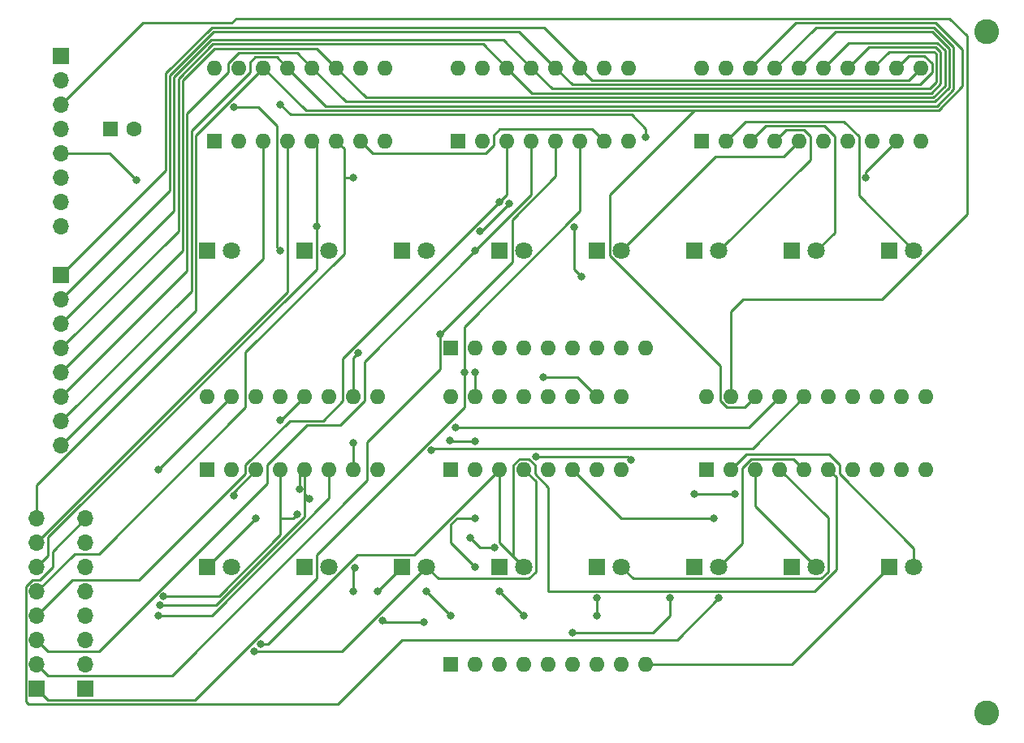
<source format=gbr>
%TF.GenerationSoftware,KiCad,Pcbnew,(7.0.0)*%
%TF.CreationDate,2023-02-28T23:31:08-05:00*%
%TF.ProjectId,8bc_registers,3862635f-7265-4676-9973-746572732e6b,1.0*%
%TF.SameCoordinates,Original*%
%TF.FileFunction,Copper,L1,Top*%
%TF.FilePolarity,Positive*%
%FSLAX46Y46*%
G04 Gerber Fmt 4.6, Leading zero omitted, Abs format (unit mm)*
G04 Created by KiCad (PCBNEW (7.0.0)) date 2023-02-28 23:31:08*
%MOMM*%
%LPD*%
G01*
G04 APERTURE LIST*
%TA.AperFunction,WasherPad*%
%ADD10C,2.600000*%
%TD*%
%TA.AperFunction,ComponentPad*%
%ADD11R,1.800000X1.800000*%
%TD*%
%TA.AperFunction,ComponentPad*%
%ADD12C,1.800000*%
%TD*%
%TA.AperFunction,ComponentPad*%
%ADD13R,1.600000X1.600000*%
%TD*%
%TA.AperFunction,ComponentPad*%
%ADD14O,1.600000X1.600000*%
%TD*%
%TA.AperFunction,ComponentPad*%
%ADD15R,1.700000X1.700000*%
%TD*%
%TA.AperFunction,ComponentPad*%
%ADD16O,1.700000X1.700000*%
%TD*%
%TA.AperFunction,ComponentPad*%
%ADD17C,1.600000*%
%TD*%
%TA.AperFunction,ViaPad*%
%ADD18C,0.800000*%
%TD*%
%TA.AperFunction,Conductor*%
%ADD19C,0.250000*%
%TD*%
G04 APERTURE END LIST*
D10*
%TO.P,REF\u002A\u002A,*%
%TO.N,*%
X198120000Y-109220000D03*
%TD*%
%TO.P,REF\u002A\u002A,*%
%TO.N,*%
X198120000Y-38100000D03*
%TD*%
D11*
%TO.P,D1,1,K*%
%TO.N,Net-(D1-K)*%
X116839999Y-60959999D03*
D12*
%TO.P,D1,2,A*%
%TO.N,A0*%
X119380000Y-60960000D03*
%TD*%
D13*
%TO.P,U6,1,Oe1*%
%TO.N,GND*%
X142239999Y-83819999D03*
D14*
%TO.P,U6,2,Oe2*%
X144779999Y-83819999D03*
%TO.P,U6,3,Q0*%
%TO.N,B3*%
X147319999Y-83819999D03*
%TO.P,U6,4,Q1*%
%TO.N,B2*%
X149859999Y-83819999D03*
%TO.P,U6,5,Q2*%
%TO.N,B1*%
X152399999Y-83819999D03*
%TO.P,U6,6,Q3*%
%TO.N,B0*%
X154939999Y-83819999D03*
%TO.P,U6,7,Cp*%
%TO.N,CLK*%
X157479999Y-83819999D03*
%TO.P,U6,8,GND*%
%TO.N,GND*%
X160019999Y-83819999D03*
%TO.P,U6,9,E1*%
%TO.N,~{BI}*%
X160019999Y-76199999D03*
%TO.P,U6,10,E2*%
X157479999Y-76199999D03*
%TO.P,U6,11,D3*%
%TO.N,BUS_0*%
X154939999Y-76199999D03*
%TO.P,U6,12,D2*%
%TO.N,BUS_1*%
X152399999Y-76199999D03*
%TO.P,U6,13,D1*%
%TO.N,BUS_2*%
X149859999Y-76199999D03*
%TO.P,U6,14,D0*%
%TO.N,BUS_3*%
X147319999Y-76199999D03*
%TO.P,U6,15,Mr*%
%TO.N,CLR*%
X144779999Y-76199999D03*
%TO.P,U6,16,VCC*%
%TO.N,+5V*%
X142239999Y-76199999D03*
%TD*%
D11*
%TO.P,D3,1,K*%
%TO.N,Net-(D3-K)*%
X137159999Y-60959999D03*
D12*
%TO.P,D3,2,A*%
%TO.N,A2*%
X139700000Y-60960000D03*
%TD*%
D13*
%TO.P,U2,1,Oe1*%
%TO.N,GND*%
X117599999Y-49519999D03*
D14*
%TO.P,U2,2,Oe2*%
X120139999Y-49519999D03*
%TO.P,U2,3,Q0*%
%TO.N,A7*%
X122679999Y-49519999D03*
%TO.P,U2,4,Q1*%
%TO.N,A6*%
X125219999Y-49519999D03*
%TO.P,U2,5,Q2*%
%TO.N,A5*%
X127759999Y-49519999D03*
%TO.P,U2,6,Q3*%
%TO.N,A4*%
X130299999Y-49519999D03*
%TO.P,U2,7,Cp*%
%TO.N,CLK*%
X132839999Y-49519999D03*
%TO.P,U2,8,GND*%
%TO.N,GND*%
X135379999Y-49519999D03*
%TO.P,U2,9,E1*%
%TO.N,~{AI}*%
X135379999Y-41899999D03*
%TO.P,U2,10,E2*%
X132839999Y-41899999D03*
%TO.P,U2,11,D3*%
%TO.N,BUS_4*%
X130299999Y-41899999D03*
%TO.P,U2,12,D2*%
%TO.N,BUS_5*%
X127759999Y-41899999D03*
%TO.P,U2,13,D1*%
%TO.N,BUS_6*%
X125219999Y-41899999D03*
%TO.P,U2,14,D0*%
%TO.N,BUS_7*%
X122679999Y-41899999D03*
%TO.P,U2,15,Mr*%
%TO.N,CLR*%
X120139999Y-41899999D03*
%TO.P,U2,16,VCC*%
%TO.N,+5V*%
X117599999Y-41899999D03*
%TD*%
D13*
%TO.P,U1,1,A->B*%
%TO.N,+5V*%
X168399999Y-49519999D03*
D14*
%TO.P,U1,2,A0*%
%TO.N,A7*%
X170939999Y-49519999D03*
%TO.P,U1,3,A1*%
%TO.N,A6*%
X173479999Y-49519999D03*
%TO.P,U1,4,A2*%
%TO.N,A5*%
X176019999Y-49519999D03*
%TO.P,U1,5,A3*%
%TO.N,A4*%
X178559999Y-49519999D03*
%TO.P,U1,6,A4*%
%TO.N,A3*%
X181099999Y-49519999D03*
%TO.P,U1,7,A5*%
%TO.N,A2*%
X183639999Y-49519999D03*
%TO.P,U1,8,A6*%
%TO.N,A1*%
X186179999Y-49519999D03*
%TO.P,U1,9,A7*%
%TO.N,A0*%
X188719999Y-49519999D03*
%TO.P,U1,10,GND*%
%TO.N,GND*%
X191259999Y-49519999D03*
%TO.P,U1,11,B7*%
%TO.N,BUS_0*%
X191259999Y-41899999D03*
%TO.P,U1,12,B6*%
%TO.N,BUS_1*%
X188719999Y-41899999D03*
%TO.P,U1,13,B5*%
%TO.N,BUS_2*%
X186179999Y-41899999D03*
%TO.P,U1,14,B4*%
%TO.N,BUS_3*%
X183639999Y-41899999D03*
%TO.P,U1,15,B3*%
%TO.N,BUS_4*%
X181099999Y-41899999D03*
%TO.P,U1,16,B2*%
%TO.N,BUS_5*%
X178559999Y-41899999D03*
%TO.P,U1,17,B1*%
%TO.N,BUS_6*%
X176019999Y-41899999D03*
%TO.P,U1,18,B0*%
%TO.N,BUS_7*%
X173479999Y-41899999D03*
%TO.P,U1,19,CE*%
%TO.N,~{AO}*%
X170939999Y-41899999D03*
%TO.P,U1,20,VCC*%
%TO.N,+5V*%
X168399999Y-41899999D03*
%TD*%
D15*
%TO.P,J3,1,Pin_1*%
%TO.N,A0*%
X99059999Y-106679999D03*
D16*
%TO.P,J3,2,Pin_2*%
%TO.N,A1*%
X99059999Y-104139999D03*
%TO.P,J3,3,Pin_3*%
%TO.N,A2*%
X99059999Y-101599999D03*
%TO.P,J3,4,Pin_4*%
%TO.N,A3*%
X99059999Y-99059999D03*
%TO.P,J3,5,Pin_5*%
%TO.N,A4*%
X99059999Y-96519999D03*
%TO.P,J3,6,Pin_6*%
%TO.N,A5*%
X99059999Y-93979999D03*
%TO.P,J3,7,Pin_7*%
%TO.N,A6*%
X99059999Y-91439999D03*
%TO.P,J3,8,Pin_8*%
%TO.N,A7*%
X99059999Y-88899999D03*
%TD*%
D11*
%TO.P,D6,1,K*%
%TO.N,Net-(D6-K)*%
X167639999Y-60959999D03*
D12*
%TO.P,D6,2,A*%
%TO.N,A5*%
X170180000Y-60960000D03*
%TD*%
D13*
%TO.P,U3,1,Oe1*%
%TO.N,GND*%
X142999999Y-49519999D03*
D14*
%TO.P,U3,2,Oe2*%
X145539999Y-49519999D03*
%TO.P,U3,3,Q0*%
%TO.N,A3*%
X148079999Y-49519999D03*
%TO.P,U3,4,Q1*%
%TO.N,A2*%
X150619999Y-49519999D03*
%TO.P,U3,5,Q2*%
%TO.N,A1*%
X153159999Y-49519999D03*
%TO.P,U3,6,Q3*%
%TO.N,A0*%
X155699999Y-49519999D03*
%TO.P,U3,7,Cp*%
%TO.N,CLK*%
X158239999Y-49519999D03*
%TO.P,U3,8,GND*%
%TO.N,GND*%
X160779999Y-49519999D03*
%TO.P,U3,9,E1*%
%TO.N,~{AI}*%
X160779999Y-41899999D03*
%TO.P,U3,10,E2*%
X158239999Y-41899999D03*
%TO.P,U3,11,D3*%
%TO.N,BUS_0*%
X155699999Y-41899999D03*
%TO.P,U3,12,D2*%
%TO.N,BUS_1*%
X153159999Y-41899999D03*
%TO.P,U3,13,D1*%
%TO.N,BUS_2*%
X150619999Y-41899999D03*
%TO.P,U3,14,D0*%
%TO.N,BUS_3*%
X148079999Y-41899999D03*
%TO.P,U3,15,Mr*%
%TO.N,CLR*%
X145539999Y-41899999D03*
%TO.P,U3,16,VCC*%
%TO.N,+5V*%
X142999999Y-41899999D03*
%TD*%
D13*
%TO.P,U5,1,Oe1*%
%TO.N,GND*%
X116839999Y-83819999D03*
D14*
%TO.P,U5,2,Oe2*%
X119379999Y-83819999D03*
%TO.P,U5,3,Q0*%
%TO.N,B7*%
X121919999Y-83819999D03*
%TO.P,U5,4,Q1*%
%TO.N,B6*%
X124459999Y-83819999D03*
%TO.P,U5,5,Q2*%
%TO.N,B5*%
X126999999Y-83819999D03*
%TO.P,U5,6,Q3*%
%TO.N,B4*%
X129539999Y-83819999D03*
%TO.P,U5,7,Cp*%
%TO.N,CLK*%
X132079999Y-83819999D03*
%TO.P,U5,8,GND*%
%TO.N,GND*%
X134619999Y-83819999D03*
%TO.P,U5,9,E1*%
%TO.N,~{BI}*%
X134619999Y-76199999D03*
%TO.P,U5,10,E2*%
X132079999Y-76199999D03*
%TO.P,U5,11,D3*%
%TO.N,BUS_4*%
X129539999Y-76199999D03*
%TO.P,U5,12,D2*%
%TO.N,BUS_5*%
X126999999Y-76199999D03*
%TO.P,U5,13,D1*%
%TO.N,BUS_6*%
X124459999Y-76199999D03*
%TO.P,U5,14,D0*%
%TO.N,BUS_7*%
X121919999Y-76199999D03*
%TO.P,U5,15,Mr*%
%TO.N,CLR*%
X119379999Y-76199999D03*
%TO.P,U5,16,VCC*%
%TO.N,+5V*%
X116839999Y-76199999D03*
%TD*%
D11*
%TO.P,D9,1,K*%
%TO.N,Net-(D9-K)*%
X187959999Y-93979999D03*
D12*
%TO.P,D9,2,A*%
%TO.N,B7*%
X190500000Y-93980000D03*
%TD*%
D15*
%TO.P,J2,1,Pin_1*%
%TO.N,+5V*%
X101599999Y-40639999D03*
D16*
%TO.P,J2,2,Pin_2*%
%TO.N,GND*%
X101599999Y-43179999D03*
%TO.P,J2,3,Pin_3*%
%TO.N,~{BO}*%
X101599999Y-45719999D03*
%TO.P,J2,4,Pin_4*%
%TO.N,~{AO}*%
X101599999Y-48259999D03*
%TO.P,J2,5,Pin_5*%
%TO.N,~{BI}*%
X101599999Y-50799999D03*
%TO.P,J2,6,Pin_6*%
%TO.N,~{AI}*%
X101599999Y-53339999D03*
%TO.P,J2,7,Pin_7*%
%TO.N,CLR*%
X101599999Y-55879999D03*
%TO.P,J2,8,Pin_8*%
%TO.N,CLK*%
X101599999Y-58419999D03*
%TD*%
D15*
%TO.P,J4,1,Pin_1*%
%TO.N,B0*%
X104139999Y-106679999D03*
D16*
%TO.P,J4,2,Pin_2*%
%TO.N,B1*%
X104139999Y-104139999D03*
%TO.P,J4,3,Pin_3*%
%TO.N,B2*%
X104139999Y-101599999D03*
%TO.P,J4,4,Pin_4*%
%TO.N,B3*%
X104139999Y-99059999D03*
%TO.P,J4,5,Pin_5*%
%TO.N,B4*%
X104139999Y-96519999D03*
%TO.P,J4,6,Pin_6*%
%TO.N,B5*%
X104139999Y-93979999D03*
%TO.P,J4,7,Pin_7*%
%TO.N,B6*%
X104139999Y-91439999D03*
%TO.P,J4,8,Pin_8*%
%TO.N,B7*%
X104139999Y-88899999D03*
%TD*%
D11*
%TO.P,D12,1,K*%
%TO.N,Net-(D12-K)*%
X167639999Y-93979999D03*
D12*
%TO.P,D12,2,A*%
%TO.N,B4*%
X170180000Y-93980000D03*
%TD*%
D11*
%TO.P,D16,1,K*%
%TO.N,Net-(D16-K)*%
X116839999Y-93979999D03*
D12*
%TO.P,D16,2,A*%
%TO.N,B0*%
X119380000Y-93980000D03*
%TD*%
D11*
%TO.P,D14,1,K*%
%TO.N,Net-(D14-K)*%
X137159999Y-93979999D03*
D12*
%TO.P,D14,2,A*%
%TO.N,B2*%
X139700000Y-93980000D03*
%TD*%
D11*
%TO.P,D5,1,K*%
%TO.N,Net-(D5-K)*%
X157479999Y-60959999D03*
D12*
%TO.P,D5,2,A*%
%TO.N,A4*%
X160020000Y-60960000D03*
%TD*%
D11*
%TO.P,D15,1,K*%
%TO.N,Net-(D15-K)*%
X126999999Y-93979999D03*
D12*
%TO.P,D15,2,A*%
%TO.N,B1*%
X129540000Y-93980000D03*
%TD*%
D13*
%TO.P,RN2,1,common*%
%TO.N,GND*%
X142239999Y-104139999D03*
D14*
%TO.P,RN2,2,R1*%
%TO.N,Net-(D16-K)*%
X144779999Y-104139999D03*
%TO.P,RN2,3,R2*%
%TO.N,Net-(D15-K)*%
X147319999Y-104139999D03*
%TO.P,RN2,4,R3*%
%TO.N,Net-(D14-K)*%
X149859999Y-104139999D03*
%TO.P,RN2,5,R4*%
%TO.N,Net-(D13-K)*%
X152399999Y-104139999D03*
%TO.P,RN2,6,R5*%
%TO.N,Net-(D12-K)*%
X154939999Y-104139999D03*
%TO.P,RN2,7,R6*%
%TO.N,Net-(D11-K)*%
X157479999Y-104139999D03*
%TO.P,RN2,8,R7*%
%TO.N,Net-(D10-K)*%
X160019999Y-104139999D03*
%TO.P,RN2,9,R8*%
%TO.N,Net-(D9-K)*%
X162559999Y-104139999D03*
%TD*%
D11*
%TO.P,D8,1,K*%
%TO.N,Net-(D8-K)*%
X187959999Y-60959999D03*
D12*
%TO.P,D8,2,A*%
%TO.N,A7*%
X190500000Y-60960000D03*
%TD*%
D13*
%TO.P,RN1,1,common*%
%TO.N,GND*%
X142239999Y-71119999D03*
D14*
%TO.P,RN1,2,R1*%
%TO.N,Net-(D1-K)*%
X144779999Y-71119999D03*
%TO.P,RN1,3,R2*%
%TO.N,Net-(D2-K)*%
X147319999Y-71119999D03*
%TO.P,RN1,4,R3*%
%TO.N,Net-(D3-K)*%
X149859999Y-71119999D03*
%TO.P,RN1,5,R4*%
%TO.N,Net-(D4-K)*%
X152399999Y-71119999D03*
%TO.P,RN1,6,R5*%
%TO.N,Net-(D5-K)*%
X154939999Y-71119999D03*
%TO.P,RN1,7,R6*%
%TO.N,Net-(D6-K)*%
X157479999Y-71119999D03*
%TO.P,RN1,8,R7*%
%TO.N,Net-(D7-K)*%
X160019999Y-71119999D03*
%TO.P,RN1,9,R8*%
%TO.N,Net-(D8-K)*%
X162559999Y-71119999D03*
%TD*%
D15*
%TO.P,J1,1,Pin_1*%
%TO.N,BUS_0*%
X101599999Y-63499999D03*
D16*
%TO.P,J1,2,Pin_2*%
%TO.N,BUS_1*%
X101599999Y-66039999D03*
%TO.P,J1,3,Pin_3*%
%TO.N,BUS_2*%
X101599999Y-68579999D03*
%TO.P,J1,4,Pin_4*%
%TO.N,BUS_3*%
X101599999Y-71119999D03*
%TO.P,J1,5,Pin_5*%
%TO.N,BUS_4*%
X101599999Y-73659999D03*
%TO.P,J1,6,Pin_6*%
%TO.N,BUS_5*%
X101599999Y-76199999D03*
%TO.P,J1,7,Pin_7*%
%TO.N,BUS_6*%
X101599999Y-78739999D03*
%TO.P,J1,8,Pin_8*%
%TO.N,BUS_7*%
X101599999Y-81279999D03*
%TD*%
D11*
%TO.P,D4,1,K*%
%TO.N,Net-(D4-K)*%
X147319999Y-60959999D03*
D12*
%TO.P,D4,2,A*%
%TO.N,A3*%
X149860000Y-60960000D03*
%TD*%
D13*
%TO.P,C1,1*%
%TO.N,+5V*%
X106719999Y-48259999D03*
D17*
%TO.P,C1,2*%
%TO.N,GND*%
X109220000Y-48260000D03*
%TD*%
D13*
%TO.P,U4,1,A->B*%
%TO.N,+5V*%
X168914999Y-83819999D03*
D14*
%TO.P,U4,2,A0*%
%TO.N,B7*%
X171454999Y-83819999D03*
%TO.P,U4,3,A1*%
%TO.N,B6*%
X173994999Y-83819999D03*
%TO.P,U4,4,A2*%
%TO.N,B5*%
X176534999Y-83819999D03*
%TO.P,U4,5,A3*%
%TO.N,B4*%
X179074999Y-83819999D03*
%TO.P,U4,6,A4*%
%TO.N,B3*%
X181614999Y-83819999D03*
%TO.P,U4,7,A5*%
%TO.N,B2*%
X184154999Y-83819999D03*
%TO.P,U4,8,A6*%
%TO.N,B1*%
X186694999Y-83819999D03*
%TO.P,U4,9,A7*%
%TO.N,B0*%
X189234999Y-83819999D03*
%TO.P,U4,10,GND*%
%TO.N,GND*%
X191774999Y-83819999D03*
%TO.P,U4,11,B7*%
%TO.N,BUS_0*%
X191774999Y-76199999D03*
%TO.P,U4,12,B6*%
%TO.N,BUS_1*%
X189234999Y-76199999D03*
%TO.P,U4,13,B5*%
%TO.N,BUS_2*%
X186694999Y-76199999D03*
%TO.P,U4,14,B4*%
%TO.N,BUS_3*%
X184154999Y-76199999D03*
%TO.P,U4,15,B3*%
%TO.N,BUS_4*%
X181614999Y-76199999D03*
%TO.P,U4,16,B2*%
%TO.N,BUS_5*%
X179074999Y-76199999D03*
%TO.P,U4,17,B1*%
%TO.N,BUS_6*%
X176534999Y-76199999D03*
%TO.P,U4,18,B0*%
%TO.N,BUS_7*%
X173994999Y-76199999D03*
%TO.P,U4,19,CE*%
%TO.N,~{BO}*%
X171454999Y-76199999D03*
%TO.P,U4,20,VCC*%
%TO.N,+5V*%
X168914999Y-76199999D03*
%TD*%
D11*
%TO.P,D13,1,K*%
%TO.N,Net-(D13-K)*%
X147319999Y-93979999D03*
D12*
%TO.P,D13,2,A*%
%TO.N,B3*%
X149860000Y-93980000D03*
%TD*%
D11*
%TO.P,D7,1,K*%
%TO.N,Net-(D7-K)*%
X177799999Y-60959999D03*
D12*
%TO.P,D7,2,A*%
%TO.N,A6*%
X180340000Y-60960000D03*
%TD*%
D11*
%TO.P,D10,1,K*%
%TO.N,Net-(D10-K)*%
X177799999Y-93979999D03*
D12*
%TO.P,D10,2,A*%
%TO.N,B6*%
X180340000Y-93980000D03*
%TD*%
D11*
%TO.P,D2,1,K*%
%TO.N,Net-(D2-K)*%
X126999999Y-60959999D03*
D12*
%TO.P,D2,2,A*%
%TO.N,A1*%
X129540000Y-60960000D03*
%TD*%
D11*
%TO.P,D11,1,K*%
%TO.N,Net-(D11-K)*%
X157479999Y-93979999D03*
D12*
%TO.P,D11,2,A*%
%TO.N,B5*%
X160020000Y-93980000D03*
%TD*%
D18*
%TO.N,BUS_5*%
X140212300Y-81792300D03*
X124422205Y-78702205D03*
%TO.N,BUS_6*%
X142752300Y-79464500D03*
%TO.N,Net-(D11-K)*%
X157480000Y-99060000D03*
X157480000Y-97245000D03*
%TO.N,Net-(D12-K)*%
X165100000Y-97245000D03*
X154940000Y-100875500D03*
%TO.N,Net-(D13-K)*%
X147320000Y-96520000D03*
X149860000Y-99060000D03*
%TO.N,Net-(D14-K)*%
X139700000Y-96520000D03*
X134620000Y-96520000D03*
X142240000Y-99060000D03*
%TO.N,Net-(D15-K)*%
X132188506Y-94088506D03*
X135132300Y-99572300D03*
X139422746Y-99784500D03*
X132080000Y-96520000D03*
%TO.N,Net-(D16-K)*%
X121920000Y-88900000D03*
%TO.N,~{BI}*%
X132592300Y-71632300D03*
X119632299Y-45972299D03*
X151887700Y-74172300D03*
X124460000Y-60960000D03*
X109472299Y-53592299D03*
%TO.N,CLR*%
X111760000Y-83820000D03*
X144780000Y-73660000D03*
%TO.N,CLK*%
X142155851Y-80789549D03*
X144780000Y-80873698D03*
X132080000Y-81067800D03*
%TO.N,A0*%
X185489500Y-53340000D03*
X143655000Y-73660000D03*
%TO.N,A1*%
X141115000Y-69705000D03*
%TO.N,A2*%
X144780000Y-60960000D03*
%TO.N,A3*%
X147320000Y-55880000D03*
%TO.N,A4*%
X132080000Y-53340000D03*
%TO.N,A5*%
X148305164Y-56048698D03*
X155814549Y-63650049D03*
X155048506Y-58528506D03*
X128225000Y-58420000D03*
X145292300Y-58932300D03*
%TO.N,A7*%
X162560000Y-49119500D03*
X124460000Y-45720000D03*
%TO.N,B7*%
X119562795Y-86542795D03*
X170180000Y-97244500D03*
%TO.N,B6*%
X171855500Y-86360000D03*
X126179704Y-88524506D03*
X112272300Y-97032300D03*
X167640000Y-86360000D03*
X146807700Y-91952300D03*
X144267700Y-90927700D03*
%TO.N,B5*%
X126487700Y-85847700D03*
X111889807Y-97955720D03*
X144780000Y-93980000D03*
X144780000Y-88900000D03*
X127512300Y-86872300D03*
%TO.N,B4*%
X111760000Y-99060000D03*
%TO.N,B3*%
X122387299Y-102067299D03*
%TO.N,B2*%
X151130000Y-82474410D03*
X121680544Y-102791799D03*
X161009598Y-82830402D03*
%TO.N,B0*%
X169679500Y-88900000D03*
%TD*%
D19*
%TO.N,BUS_0*%
X155700000Y-41900000D02*
X156980000Y-43180000D01*
X101600000Y-63500000D02*
X112465000Y-52635000D01*
X112465000Y-52635000D02*
X112465000Y-42469416D01*
X155700000Y-41400000D02*
X155700000Y-41900000D01*
X117284416Y-37650000D02*
X151950000Y-37650000D01*
X156980000Y-43180000D02*
X189980000Y-43180000D01*
X112465000Y-42469416D02*
X117284416Y-37650000D01*
X151950000Y-37650000D02*
X155700000Y-41400000D01*
X189980000Y-43180000D02*
X191260000Y-41900000D01*
%TO.N,BUS_1*%
X191120991Y-43630000D02*
X192385000Y-42365991D01*
X112915000Y-42655812D02*
X117470812Y-38100000D01*
X112915000Y-54725000D02*
X112915000Y-42655812D01*
X189980000Y-40640000D02*
X188720000Y-41900000D01*
X191590991Y-40640000D02*
X189980000Y-40640000D01*
X154890000Y-43630000D02*
X191120991Y-43630000D01*
X192385000Y-42365991D02*
X192385000Y-41434009D01*
X192385000Y-41434009D02*
X191590991Y-40640000D01*
X117470812Y-38100000D02*
X149360000Y-38100000D01*
X149360000Y-38100000D02*
X153160000Y-41900000D01*
X153160000Y-41900000D02*
X154890000Y-43630000D01*
X101600000Y-66040000D02*
X112915000Y-54725000D01*
%TO.N,BUS_2*%
X147695000Y-38975000D02*
X150620000Y-41900000D01*
X150620000Y-41900000D02*
X152800000Y-44080000D01*
X192590000Y-40190000D02*
X187890000Y-40190000D01*
X113365000Y-42842208D02*
X117232208Y-38975000D01*
X113365000Y-56815000D02*
X113365000Y-42842208D01*
X187890000Y-40190000D02*
X186180000Y-41900000D01*
X192140000Y-44080000D02*
X192835000Y-43385000D01*
X192835000Y-40435000D02*
X192590000Y-40190000D01*
X117232208Y-38975000D02*
X147695000Y-38975000D01*
X192835000Y-43385000D02*
X192835000Y-40435000D01*
X101600000Y-68580000D02*
X113365000Y-56815000D01*
X152800000Y-44080000D02*
X192140000Y-44080000D01*
%TO.N,BUS_3*%
X101600000Y-71120000D02*
X113815000Y-58905000D01*
X192326396Y-44530000D02*
X193285000Y-43571396D01*
X192776396Y-39740000D02*
X185800000Y-39740000D01*
X117418604Y-39425000D02*
X145605000Y-39425000D01*
X113815000Y-58905000D02*
X113815000Y-43028604D01*
X113815000Y-43028604D02*
X117418604Y-39425000D01*
X193285000Y-40248604D02*
X192776396Y-39740000D01*
X185800000Y-39740000D02*
X183640000Y-41900000D01*
X145605000Y-39425000D02*
X148080000Y-41900000D01*
X193285000Y-43571396D02*
X193285000Y-40248604D01*
X148080000Y-41900000D02*
X150710000Y-44530000D01*
X150710000Y-44530000D02*
X192326396Y-44530000D01*
%TO.N,BUS_4*%
X128275000Y-39875000D02*
X130300000Y-41900000D01*
X192962792Y-39290000D02*
X183710000Y-39290000D01*
X193735000Y-43757792D02*
X193735000Y-40062208D01*
X192512792Y-44980000D02*
X193735000Y-43757792D01*
X101600000Y-73660000D02*
X114265000Y-60995000D01*
X193735000Y-40062208D02*
X192962792Y-39290000D01*
X114265000Y-43215000D02*
X117605000Y-39875000D01*
X117605000Y-39875000D02*
X128275000Y-39875000D01*
X130300000Y-41900000D02*
X133380000Y-44980000D01*
X133380000Y-44980000D02*
X192512792Y-44980000D01*
X183710000Y-39290000D02*
X181100000Y-41900000D01*
X114265000Y-60995000D02*
X114265000Y-43215000D01*
%TO.N,BUS_5*%
X179075000Y-76200000D02*
X173676802Y-81598198D01*
X192699188Y-45430000D02*
X194185000Y-43944188D01*
X182360000Y-38100000D02*
X178560000Y-41900000D01*
X124422205Y-78702205D02*
X124497795Y-78702205D01*
X192409188Y-38100000D02*
X182360000Y-38100000D01*
X119015000Y-41434009D02*
X120124009Y-40325000D01*
X120124009Y-40325000D02*
X126185000Y-40325000D01*
X127760000Y-41900000D02*
X131290000Y-45430000D01*
X126185000Y-40325000D02*
X127760000Y-41900000D01*
X194185000Y-43944188D02*
X194185000Y-39875812D01*
X131290000Y-45430000D02*
X192699188Y-45430000D01*
X101600000Y-76200000D02*
X114715000Y-63085000D01*
X114715000Y-46665991D02*
X119015000Y-42365991D01*
X119015000Y-42365991D02*
X119015000Y-41434009D01*
X173676802Y-81598198D02*
X140406402Y-81598198D01*
X114715000Y-63085000D02*
X114715000Y-46665991D01*
X194185000Y-39875812D02*
X192409188Y-38100000D01*
X124497795Y-78702205D02*
X127000000Y-76200000D01*
X140406402Y-81598198D02*
X140212300Y-81792300D01*
%TO.N,BUS_6*%
X129200000Y-45880000D02*
X192885584Y-45880000D01*
X192885584Y-45880000D02*
X194635000Y-44130584D01*
X125220000Y-41900000D02*
X129200000Y-45880000D01*
X124095000Y-40775000D02*
X125220000Y-41900000D01*
X121785000Y-40775000D02*
X124095000Y-40775000D01*
X121265000Y-41295000D02*
X121785000Y-40775000D01*
X176535000Y-76200000D02*
X173270500Y-79464500D01*
X180270000Y-37650000D02*
X176020000Y-41900000D01*
X115165000Y-48465991D02*
X121265000Y-42365991D01*
X121265000Y-42365991D02*
X121265000Y-41295000D01*
X192595584Y-37650000D02*
X180270000Y-37650000D01*
X101600000Y-78740000D02*
X115165000Y-65175000D01*
X115165000Y-65175000D02*
X115165000Y-48465991D01*
X194635000Y-44130584D02*
X194635000Y-39689416D01*
X194635000Y-39689416D02*
X192595584Y-37650000D01*
X173270500Y-79464500D02*
X142752300Y-79464500D01*
%TO.N,BUS_7*%
X122680000Y-41900000D02*
X127110000Y-46330000D01*
X170330000Y-73002412D02*
X158795000Y-61467412D01*
X178180000Y-37200000D02*
X173480000Y-41900000D01*
X173995000Y-76200000D02*
X172870000Y-77325000D01*
X193071980Y-46330000D02*
X195580000Y-43821980D01*
X101600000Y-81280000D02*
X115615000Y-67265000D01*
X195580000Y-43821980D02*
X195580000Y-39998020D01*
X170989009Y-77325000D02*
X170330000Y-76665991D01*
X172870000Y-77325000D02*
X170989009Y-77325000D01*
X158795000Y-61467412D02*
X158795000Y-55175000D01*
X115615000Y-48965000D02*
X122680000Y-41900000D01*
X158795000Y-55175000D02*
X167640000Y-46330000D01*
X127110000Y-46330000D02*
X193071980Y-46330000D01*
X170330000Y-76665991D02*
X170330000Y-73002412D01*
X195580000Y-39998020D02*
X192781980Y-37200000D01*
X115615000Y-67265000D02*
X115615000Y-48965000D01*
X192781980Y-37200000D02*
X178180000Y-37200000D01*
%TO.N,Net-(D9-K)*%
X187960000Y-93980000D02*
X177800000Y-104140000D01*
X177800000Y-104140000D02*
X162560000Y-104140000D01*
%TO.N,Net-(D11-K)*%
X157480000Y-97245000D02*
X157480000Y-99060000D01*
%TO.N,Net-(D12-K)*%
X165100000Y-97245000D02*
X165100000Y-99060000D01*
X165100000Y-99060000D02*
X163284500Y-100875500D01*
X163284500Y-100875500D02*
X154940000Y-100875500D01*
%TO.N,Net-(D13-K)*%
X149860000Y-99060000D02*
X147320000Y-96520000D01*
%TO.N,Net-(D14-K)*%
X134620000Y-96520000D02*
X137160000Y-93980000D01*
X142240000Y-99060000D02*
X139700000Y-96520000D01*
%TO.N,Net-(D15-K)*%
X132080000Y-94197012D02*
X132188506Y-94088506D01*
X139422746Y-99784500D02*
X135344500Y-99784500D01*
X132080000Y-96520000D02*
X132080000Y-94197012D01*
X135344500Y-99784500D02*
X135132300Y-99572300D01*
%TO.N,Net-(D16-K)*%
X121920000Y-88900000D02*
X116840000Y-93980000D01*
%TO.N,~{BO}*%
X171455000Y-67305000D02*
X171455000Y-76200000D01*
X196030000Y-38550000D02*
X196030000Y-57162412D01*
X196030000Y-57162412D02*
X187152412Y-66040000D01*
X119830000Y-36750000D02*
X194230000Y-36750000D01*
X119380000Y-37200000D02*
X119830000Y-36750000D01*
X101600000Y-45720000D02*
X110120000Y-37200000D01*
X172720000Y-66040000D02*
X171455000Y-67305000D01*
X187152412Y-66040000D02*
X172720000Y-66040000D01*
X110120000Y-37200000D02*
X119380000Y-37200000D01*
X194230000Y-36750000D02*
X196030000Y-38550000D01*
%TO.N,~{BI}*%
X124460000Y-60960000D02*
X124095000Y-60595000D01*
X122172299Y-45972299D02*
X119632299Y-45972299D01*
X106680000Y-50800000D02*
X101600000Y-50800000D01*
X132080000Y-72144600D02*
X132592300Y-71632300D01*
X132080000Y-76200000D02*
X132080000Y-72144600D01*
X109472299Y-53592299D02*
X106680000Y-50800000D01*
X124095000Y-60595000D02*
X124095000Y-47895000D01*
X151887700Y-74172300D02*
X155452300Y-74172300D01*
X124095000Y-47895000D02*
X122172299Y-45972299D01*
X155452300Y-74172300D02*
X157480000Y-76200000D01*
%TO.N,CLR*%
X144780000Y-73660000D02*
X144780000Y-76200000D01*
X111760000Y-83820000D02*
X119380000Y-76200000D01*
%TO.N,CLK*%
X147320000Y-48260000D02*
X156980000Y-48260000D01*
X142240000Y-80873698D02*
X142155851Y-80789549D01*
X156980000Y-48260000D02*
X158240000Y-49520000D01*
X146665000Y-49985991D02*
X146665000Y-48915000D01*
X134120000Y-50800000D02*
X145850991Y-50800000D01*
X146665000Y-48915000D02*
X147320000Y-48260000D01*
X144780000Y-80873698D02*
X142240000Y-80873698D01*
X132080000Y-81067800D02*
X132080000Y-83820000D01*
X145850991Y-50800000D02*
X146665000Y-49985991D01*
X132840000Y-49520000D02*
X134120000Y-50800000D01*
%TO.N,A0*%
X115575000Y-107855000D02*
X128225000Y-95205000D01*
X188720000Y-49520000D02*
X185489500Y-52750500D01*
X155700000Y-56852412D02*
X155700000Y-49520000D01*
X185489500Y-52750500D02*
X185489500Y-53340000D01*
X143655000Y-68897412D02*
X155700000Y-56852412D01*
X128225000Y-92755000D02*
X143655000Y-77325000D01*
X128225000Y-95205000D02*
X128225000Y-92755000D01*
X100235000Y-107855000D02*
X115575000Y-107855000D01*
X143655000Y-77325000D02*
X143655000Y-73660000D01*
X99060000Y-106680000D02*
X100235000Y-107855000D01*
X143655000Y-73660000D02*
X143655000Y-68897412D01*
%TO.N,A1*%
X99060000Y-104140000D02*
X100235000Y-105315000D01*
X133495000Y-80990000D02*
X141115000Y-73370000D01*
X141115000Y-73370000D02*
X141115000Y-69705000D01*
X148635000Y-57741396D02*
X153160000Y-53216396D01*
X100235000Y-105315000D02*
X113125000Y-105315000D01*
X148635000Y-62185000D02*
X148635000Y-57741396D01*
X153160000Y-53216396D02*
X153160000Y-49520000D01*
X133495000Y-84945000D02*
X133495000Y-80990000D01*
X113125000Y-105315000D02*
X133495000Y-84945000D01*
X141115000Y-69705000D02*
X148635000Y-62185000D01*
%TO.N,A2*%
X100235000Y-102775000D02*
X99060000Y-101600000D01*
X105505000Y-102775000D02*
X100235000Y-102775000D01*
X144780000Y-60960000D02*
X133205000Y-72535000D01*
X123045000Y-85235000D02*
X105505000Y-102775000D01*
X150620000Y-49520000D02*
X150620000Y-55120000D01*
X123045000Y-83354009D02*
X123045000Y-85235000D01*
X130680991Y-79190000D02*
X127209009Y-79190000D01*
X133205000Y-72535000D02*
X133205000Y-76665991D01*
X133205000Y-76665991D02*
X130680991Y-79190000D01*
X150620000Y-55120000D02*
X144780000Y-60960000D01*
X127209009Y-79190000D02*
X123045000Y-83354009D01*
%TO.N,A3*%
X120795000Y-83354009D02*
X125409009Y-78740000D01*
X147320000Y-55880000D02*
X148080000Y-55120000D01*
X148080000Y-55120000D02*
X148080000Y-49520000D01*
X128880991Y-78740000D02*
X130955000Y-76665991D01*
X130955000Y-72245000D02*
X147320000Y-55880000D01*
X109735991Y-95345000D02*
X120795000Y-84285991D01*
X102775000Y-95345000D02*
X109735991Y-95345000D01*
X99060000Y-99060000D02*
X102775000Y-95345000D01*
X125409009Y-78740000D02*
X128880991Y-78740000D01*
X130955000Y-76665991D02*
X130955000Y-72245000D01*
X120795000Y-84285991D02*
X120795000Y-83354009D01*
%TO.N,A4*%
X120795000Y-71585991D02*
X131099999Y-61280992D01*
X102965000Y-92615000D02*
X105505000Y-92615000D01*
X131099999Y-50319999D02*
X130300000Y-49520000D01*
X160020000Y-60960000D02*
X169815000Y-51165000D01*
X131099999Y-61280992D02*
X131099999Y-50319999D01*
X99060000Y-96520000D02*
X102965000Y-92615000D01*
X105505000Y-92615000D02*
X120795000Y-77325000D01*
X131099999Y-53340000D02*
X132080000Y-53340000D01*
X169815000Y-51165000D02*
X176915000Y-51165000D01*
X176915000Y-51165000D02*
X178560000Y-49520000D01*
X120795000Y-77325000D02*
X120795000Y-71585991D01*
%TO.N,A5*%
X128225000Y-58420000D02*
X128225000Y-62911396D01*
X128225000Y-49985000D02*
X128225000Y-58420000D01*
X155048506Y-62884006D02*
X155048506Y-58528506D01*
X128225000Y-62911396D02*
X100235000Y-90901396D01*
X155814549Y-63650049D02*
X155048506Y-62884006D01*
X179025991Y-48395000D02*
X177145000Y-48395000D01*
X127760000Y-49520000D02*
X128225000Y-49985000D01*
X179685000Y-49054009D02*
X179025991Y-48395000D01*
X100235000Y-90901396D02*
X100235000Y-92805000D01*
X179685000Y-51455000D02*
X179685000Y-49054009D01*
X100235000Y-92805000D02*
X99060000Y-93980000D01*
X177145000Y-48395000D02*
X176020000Y-49520000D01*
X148305164Y-56048698D02*
X145421562Y-58932300D01*
X170180000Y-60960000D02*
X179685000Y-51455000D01*
X145421562Y-58932300D02*
X145292300Y-58932300D01*
%TO.N,A6*%
X181115991Y-47945000D02*
X175055000Y-47945000D01*
X182225000Y-59075000D02*
X182225000Y-49054009D01*
X125220000Y-65280000D02*
X125220000Y-49520000D01*
X175055000Y-47945000D02*
X173480000Y-49520000D01*
X99060000Y-91440000D02*
X125220000Y-65280000D01*
X182225000Y-49054009D02*
X181115991Y-47945000D01*
X180340000Y-60960000D02*
X182225000Y-59075000D01*
%TO.N,A7*%
X162560000Y-49119500D02*
X162560000Y-48260000D01*
X122680000Y-49520000D02*
X122680000Y-61861701D01*
X161080000Y-46780000D02*
X125520000Y-46780000D01*
X183205991Y-47495000D02*
X172965000Y-47495000D01*
X99060000Y-85481701D02*
X99060000Y-88900000D01*
X190500000Y-60960000D02*
X184765000Y-55225000D01*
X172965000Y-47495000D02*
X170940000Y-49520000D01*
X184765000Y-49054009D02*
X183205991Y-47495000D01*
X184765000Y-55225000D02*
X184765000Y-49054009D01*
X162560000Y-48260000D02*
X161080000Y-46780000D01*
X122680000Y-61861701D02*
X99060000Y-85481701D01*
X125520000Y-46780000D02*
X124460000Y-45720000D01*
%TO.N,B7*%
X165824500Y-101600000D02*
X170180000Y-97244500D01*
X181630991Y-82245000D02*
X173030000Y-82245000D01*
X98145000Y-108305000D02*
X130455000Y-108305000D01*
X99356701Y-95345000D02*
X98573299Y-95345000D01*
X104140000Y-88900000D02*
X100685000Y-92355000D01*
X119562795Y-86177205D02*
X121920000Y-83820000D01*
X190500000Y-93980000D02*
X190500000Y-92045991D01*
X97885000Y-108045000D02*
X98145000Y-108305000D01*
X97885000Y-96033299D02*
X97885000Y-108045000D01*
X182740000Y-83354009D02*
X181630991Y-82245000D01*
X173030000Y-82245000D02*
X171455000Y-83820000D01*
X119562795Y-86542795D02*
X119562795Y-86177205D01*
X98573299Y-95345000D02*
X97885000Y-96033299D01*
X182740000Y-84285991D02*
X182740000Y-83354009D01*
X130455000Y-108305000D02*
X137160000Y-101600000D01*
X137160000Y-101600000D02*
X165824500Y-101600000D01*
X190500000Y-92045991D02*
X182740000Y-84285991D01*
X100685000Y-92355000D02*
X100685000Y-94016701D01*
X100685000Y-94016701D02*
X99356701Y-95345000D01*
%TO.N,B6*%
X124460000Y-88900000D02*
X124460000Y-90632412D01*
X124460000Y-90632412D02*
X118060112Y-97032300D01*
X124460000Y-88900000D02*
X125804210Y-88900000D01*
X125804210Y-88900000D02*
X126179704Y-88524506D01*
X167640000Y-86360000D02*
X171855500Y-86360000D01*
X124460000Y-83820000D02*
X124460000Y-88900000D01*
X144267700Y-90927700D02*
X145292300Y-91952300D01*
X118060112Y-97032300D02*
X112272300Y-97032300D01*
X173995000Y-87635000D02*
X180340000Y-93980000D01*
X173995000Y-83820000D02*
X173995000Y-87635000D01*
X145292300Y-91952300D02*
X146807700Y-91952300D01*
%TO.N,B5*%
X126487700Y-85847700D02*
X126487700Y-84332300D01*
X181565000Y-88850000D02*
X181565000Y-94487412D01*
X127000000Y-88728808D02*
X117773088Y-97955720D01*
X144780000Y-93980000D02*
X142240000Y-91440000D01*
X127000000Y-86360000D02*
X127000000Y-88728808D01*
X181565000Y-94487412D02*
X180847412Y-95205000D01*
X117773088Y-97955720D02*
X111889807Y-97955720D01*
X142876396Y-88900000D02*
X144780000Y-88900000D01*
X180847412Y-95205000D02*
X161245000Y-95205000D01*
X127512300Y-86872300D02*
X127000000Y-86360000D01*
X176535000Y-83820000D02*
X181565000Y-88850000D01*
X126487700Y-84332300D02*
X127000000Y-83820000D01*
X142240000Y-91440000D02*
X142240000Y-89536396D01*
X161245000Y-95205000D02*
X160020000Y-93980000D01*
X127000000Y-83820000D02*
X127000000Y-86360000D01*
X142240000Y-89536396D02*
X142876396Y-88900000D01*
%TO.N,B4*%
X173529009Y-82695000D02*
X172580000Y-83644009D01*
X177950000Y-82695000D02*
X173529009Y-82695000D01*
X179075000Y-83820000D02*
X177950000Y-82695000D01*
X172580000Y-91580000D02*
X170180000Y-93980000D01*
X129540000Y-83820000D02*
X129540000Y-86825204D01*
X129540000Y-86825204D02*
X117305204Y-99060000D01*
X117305204Y-99060000D02*
X111760000Y-99060000D01*
X172580000Y-83644009D02*
X172580000Y-91580000D01*
%TO.N,B3*%
X182414999Y-84619999D02*
X182414999Y-94273809D01*
X150325991Y-82695000D02*
X149394009Y-82695000D01*
X148735000Y-83354009D02*
X148735000Y-92855000D01*
X181615000Y-83820000D02*
X182414999Y-84619999D01*
X123185113Y-102067299D02*
X122387299Y-102067299D01*
X138385000Y-92755000D02*
X132497412Y-92755000D01*
X147320000Y-83820000D02*
X138385000Y-92755000D01*
X147320000Y-91440000D02*
X149860000Y-93980000D01*
X150985000Y-83354009D02*
X150325991Y-82695000D01*
X182414999Y-94273809D02*
X180168808Y-96520000D01*
X148735000Y-92855000D02*
X149860000Y-93980000D01*
X152400000Y-96520000D02*
X152400000Y-85700991D01*
X150985000Y-84285991D02*
X150985000Y-83354009D01*
X147320000Y-83820000D02*
X147320000Y-91440000D01*
X132497412Y-92755000D02*
X123185113Y-102067299D01*
X180168808Y-96520000D02*
X152400000Y-96520000D01*
X149394009Y-82695000D02*
X148735000Y-83354009D01*
X152400000Y-85700991D02*
X150985000Y-84285991D01*
%TO.N,B2*%
X150367412Y-95205000D02*
X140925000Y-95205000D01*
X149860000Y-83820000D02*
X151085000Y-85045000D01*
X140925000Y-95205000D02*
X139700000Y-93980000D01*
X160653606Y-82474410D02*
X151130000Y-82474410D01*
X161009598Y-82830402D02*
X160653606Y-82474410D01*
X130888201Y-102791799D02*
X121680544Y-102791799D01*
X151085000Y-94487412D02*
X150367412Y-95205000D01*
X151085000Y-85045000D02*
X151085000Y-94487412D01*
X139700000Y-93980000D02*
X130888201Y-102791799D01*
%TO.N,B0*%
X169679500Y-88900000D02*
X160020000Y-88900000D01*
X160020000Y-88900000D02*
X154940000Y-83820000D01*
%TD*%
M02*

</source>
